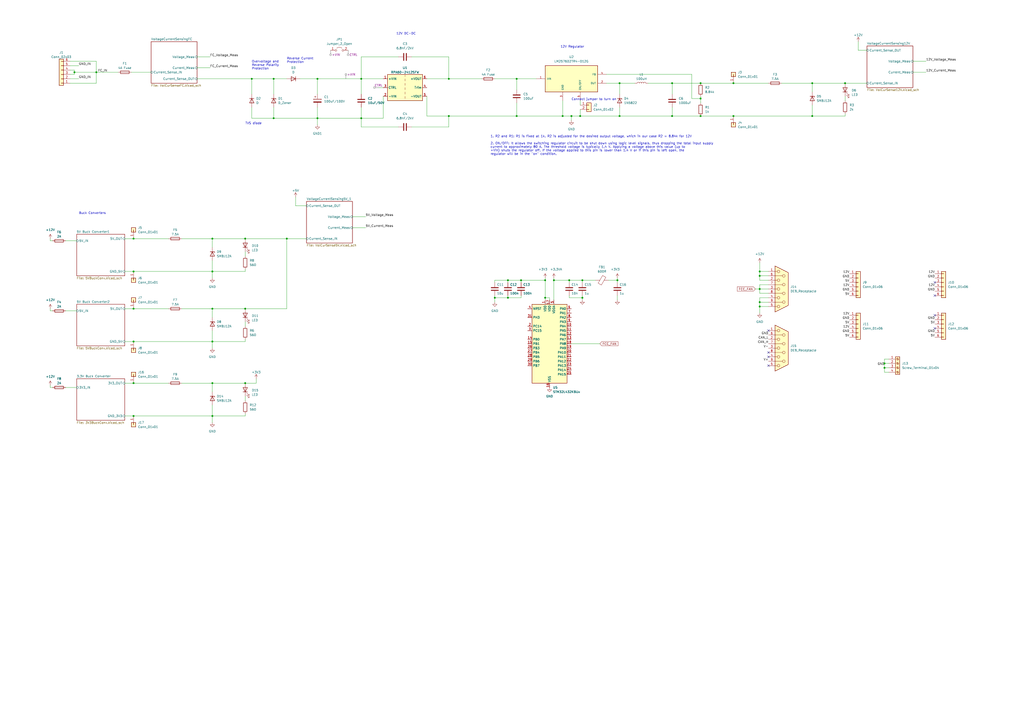
<source format=kicad_sch>
(kicad_sch (version 20230121) (generator eeschema)
  (paper "A2")
  (lib_symbols
    (symbol "Connector:DE9_Receptacle" (pin_names (offset 1.016) hide)
      (property "Reference" "J" (at 0 13.97 0))
      (property "Value" "DE9_Receptacle" (at 0 -14.605 0))
      (symbol "DE9_Receptacle_1_1"
        (pin passive line (at -7.62 10.16 0) (length 3.81) (name "1") (number "1"))
        (pin passive line (at -7.62 5.08 0) (length 3.81) (name "2") (number "2"))
        (pin passive line (at -7.62 0 0) (length 3.81) (name "3") (number "3"))
        (pin passive line (at -7.62 -5.08 0) (length 3.81) (name "4") (number "4"))
        (pin passive line (at -7.62 -10.16 0) (length 3.81) (name "5") (number "5"))
        (pin passive line (at -7.62 7.62 0) (length 3.81) (name "6") (number "6"))
        (pin passive line (at -7.62 2.54 0) (length 3.81) (name "7") (number "7"))
        (pin passive line (at -7.62 -2.54 0) (length 3.81) (name "8") (number "8"))
        (pin passive line (at -7.62 -7.62 0) (length 3.81) (name "9") (number "9"))
      )
    )
    (symbol "Connector:Screw_Terminal_01x04" (pin_names (offset 1.016) hide)
      (property "Reference" "J" (at 0 5.08 0))
      (property "Value" "Screw_Terminal_01x04" (at 0 -7.62 0))
      (symbol "Screw_Terminal_01x04_1_1"
        (pin passive line (at -5.08 2.54 0) (length 3.81) (name "Pin_1") (number "1"))
        (pin passive line (at -5.08 0 0) (length 3.81) (name "Pin_2") (number "2"))
        (pin passive line (at -5.08 -2.54 0) (length 3.81) (name "Pin_3") (number "3"))
        (pin passive line (at -5.08 -5.08 0) (length 3.81) (name "Pin_4") (number "4"))
      )
    )
    (symbol "Connector_Generic:Conn_01x01" (pin_names (offset 1.016) hide)
      (property "Reference" "J" (at 0 2.54 0))
      (property "Value" "Conn_01x01" (at 0 -2.54 0))
      (symbol "Conn_01x01_1_1"
        (pin passive line (at -5.08 0 0) (length 3.81) (name "Pin_1") (number "1"))
      )
    )
    (symbol "Connector_Generic:Conn_01x02" (pin_names (offset 1.016) hide)
      (property "Reference" "J" (at 0 2.54 0))
      (property "Value" "Conn_01x02" (at 0 -5.08 0))
      (symbol "Conn_01x02_1_1"
        (pin passive line (at -5.08 0 0) (length 3.81) (name "Pin_1") (number "1"))
        (pin passive line (at -5.08 -2.54 0) (length 3.81) (name "Pin_2") (number "2"))
      )
    )
    (symbol "Connector_Generic:Conn_01x06" (pin_names (offset 1.016) hide)
      (property "Reference" "J" (at 0 7.62 0))
      (property "Value" "Conn_01x06" (at 0 -10.16 0))
      (symbol "Conn_01x06_1_1"
        (pin passive line (at -5.08 5.08 0) (length 3.81) (name "Pin_1") (number "1"))
        (pin passive line (at -5.08 2.54 0) (length 3.81) (name "Pin_2") (number "2"))
        (pin passive line (at -5.08 0 0) (length 3.81) (name "Pin_3") (number "3"))
        (pin passive line (at -5.08 -2.54 0) (length 3.81) (name "Pin_4") (number "4"))
        (pin passive line (at -5.08 -5.08 0) (length 3.81) (name "Pin_5") (number "5"))
        (pin passive line (at -5.08 -7.62 0) (length 3.81) (name "Pin_6") (number "6"))
      )
    )
    (symbol "Converter_DCDC:RPA60-2412SFW"
      (property "Reference" "U" (at -8.89 8.89 0))
      (property "Value" "RPA60-2412SFW" (at 8.89 8.89 0))
      (symbol "RPA60-2412SFW_1_1"
        (pin power_in line (at -12.7 5.08 0) (length 2.54) (name "+VIN") (number "1"))
        (pin power_in line (at -12.7 -5.08 0) (length 2.54) (name "-VIN") (number "2"))
        (pin input line (at -12.7 0 0) (length 2.54) (name "CTRL") (number "3"))
        (pin input line (at 12.7 0 180) (length 2.54) (name "Trim") (number "4"))
        (pin power_out line (at 12.7 -5.08 180) (length 2.54) (name "-VOUT") (number "5"))
        (pin power_out line (at 12.7 5.08 180) (length 2.54) (name "+VOUT") (number "6"))
      )
    )
    (symbol "Device:C" (pin_numbers hide) (pin_names (offset 0.254))
      (property "Reference" "C" (at 0.635 2.54 0))
      (property "Value" "C" (at 0.635 -2.54 0))
      (symbol "C_1_1"
        (pin passive line (at 0 3.81 270) (length 2.794) (name "~") (number "1"))
        (pin passive line (at 0 -3.81 90) (length 2.794) (name "~") (number "2"))
      )
    )
    (symbol "Device:C_Polarized" (pin_numbers hide) (pin_names (offset 0.254))
      (property "Reference" "C" (at 0.635 2.54 0))
      (property "Value" "C_Polarized" (at 0.635 -2.54 0))
      (symbol "C_Polarized_1_1"
        (pin passive line (at 0 3.81 270) (length 2.794) (name "~") (number "1"))
        (pin passive line (at 0 -3.81 90) (length 2.794) (name "~") (number "2"))
      )
    )
    (symbol "Device:D" (pin_numbers hide) (pin_names (offset 1.016) hide)
      (property "Reference" "D" (at 0 2.54 0))
      (property "Value" "D" (at 0 -2.54 0))
      (symbol "D_1_1"
        (pin passive line (at -3.81 0 0) (length 2.54) (name "K") (number "1"))
        (pin passive line (at 3.81 0 180) (length 2.54) (name "A") (number "2"))
      )
    )
    (symbol "Device:D_Zener" (pin_numbers hide) (pin_names (offset 1.016) hide)
      (property "Reference" "D" (at 0 2.54 0))
      (property "Value" "D_Zener" (at 0 -2.54 0))
      (symbol "D_Zener_1_1"
        (pin passive line (at -3.81 0 0) (length 2.54) (name "K") (number "1"))
        (pin passive line (at 3.81 0 180) (length 2.54) (name "A") (number "2"))
      )
    )
    (symbol "Device:FerriteBead" (pin_numbers hide) (pin_names (offset 0))
      (property "Reference" "FB" (at -3.81 0.635 90))
      (property "Value" "FerriteBead" (at 3.81 0 90))
      (symbol "FerriteBead_1_1"
        (pin passive line (at 0 3.81 270) (length 2.54) (name "~") (number "1"))
        (pin passive line (at 0 -3.81 90) (length 2.54) (name "~") (number "2"))
      )
    )
    (symbol "Device:Fuse" (pin_numbers hide) (pin_names (offset 0))
      (property "Reference" "F" (at 2.032 0 90))
      (property "Value" "Fuse" (at -1.905 0 90))
      (symbol "Fuse_1_1"
        (pin passive line (at 0 3.81 270) (length 1.27) (name "~") (number "1"))
        (pin passive line (at 0 -3.81 90) (length 1.27) (name "~") (number "2"))
      )
    )
    (symbol "Device:L" (pin_numbers hide) (pin_names (offset 1.016) hide)
      (property "Reference" "L" (at -1.27 0 90))
      (property "Value" "L" (at 1.905 0 90))
      (symbol "L_1_1"
        (pin passive line (at 0 3.81 270) (length 1.27) (name "1") (number "1"))
        (pin passive line (at 0 -3.81 90) (length 1.27) (name "2") (number "2"))
      )
    )
    (symbol "Device:LED" (pin_numbers hide) (pin_names (offset 1.016) hide)
      (property "Reference" "D" (at 0 2.54 0))
      (property "Value" "LED" (at 0 -2.54 0))
      (symbol "LED_1_1"
        (pin passive line (at -3.81 0 0) (length 2.54) (name "K") (number "1"))
        (pin passive line (at 3.81 0 180) (length 2.54) (name "A") (number "2"))
      )
    )
    (symbol "Device:R" (pin_numbers hide) (pin_names (offset 0))
      (property "Reference" "R" (at 2.032 0 90))
      (property "Value" "R" (at 0 0 90))
      (symbol "R_1_1"
        (pin passive line (at 0 3.81 270) (length 1.27) (name "~") (number "1"))
        (pin passive line (at 0 -3.81 90) (length 1.27) (name "~") (number "2"))
      )
    )
    (symbol "FCPB_Parts:LM2576D2TR4-012G" (pin_names (offset 1.016))
      (property "Reference" "U" (at -17.8054 -20.3708 0))
      (property "Value" "LM2576D2TR4-012G" (at -17.78 -22.8854 0))
      (symbol "LM2576D2TR4-012G_0_0"
        (pin input line (at -20.32 0 0) (length 5.08) (name "VIN") (number "1"))
        (pin output line (at 20.32 -2.54 180) (length 5.08) (name "OUT") (number "2"))
        (pin passive line (at -5.08 -12.7 90) (length 5.08) (name "GND") (number "3"))
        (pin output line (at 20.32 2.54 180) (length 5.08) (name "FB") (number "4"))
        (pin input line (at 5.08 -12.7 90) (length 5.08) (name "ON/OFF") (number "5"))
      )
    )
    (symbol "Jumper:Jumper_2_Open" (pin_names (offset 0) hide)
      (property "Reference" "JP" (at 0 2.794 0))
      (property "Value" "Jumper_2_Open" (at 0 -2.286 0))
      (symbol "Jumper_2_Open_1_1"
        (pin passive line (at -5.08 0 0) (length 2.54) (name "A") (number "1"))
        (pin passive line (at 5.08 0 180) (length 2.54) (name "B") (number "2"))
      )
    )
    (symbol "MCU_ST_STM32L4:STM32L432KBUx"
      (property "Reference" "U" (at -10.16 24.13 0))
      (property "Value" "STM32L432KBUx" (at 5.08 24.13 0))
      (symbol "STM32L432KBUx_1_1"
        (pin power_in line (at -2.54 25.4 270) (length 2.54) (name "VDD") (number "1"))
        (pin bidirectional line (at 12.7 10.16 180) (length 2.54) (name "PA4") (number "10"))
        (pin bidirectional line (at 12.7 7.62 180) (length 2.54) (name "PA5") (number "11"))
        (pin bidirectional line (at 12.7 5.08 180) (length 2.54) (name "PA6") (number "12"))
        (pin bidirectional line (at 12.7 2.54 180) (length 2.54) (name "PA7") (number "13"))
        (pin bidirectional line (at -12.7 2.54 0) (length 2.54) (name "PB0") (number "14"))
        (pin bidirectional line (at -12.7 0 0) (length 2.54) (name "PB1") (number "15"))
        (pin power_in line (at 0 -25.4 90) (length 2.54) (name "VSS") (number "16"))
        (pin power_in line (at 0 25.4 270) (length 2.54) (name "VDD") (number "17"))
        (pin bidirectional line (at 12.7 0 180) (length 2.54) (name "PA8") (number "18"))
        (pin bidirectional line (at 12.7 -2.54 180) (length 2.54) (name "PA9") (number "19"))
        (pin bidirectional line (at -12.7 10.16 0) (length 2.54) (name "PC14") (number "2"))
        (pin bidirectional line (at 12.7 -5.08 180) (length 2.54) (name "PA10") (number "20"))
        (pin bidirectional line (at 12.7 -7.62 180) (length 2.54) (name "PA11") (number "21"))
        (pin bidirectional line (at 12.7 -10.16 180) (length 2.54) (name "PA12") (number "22"))
        (pin bidirectional line (at 12.7 -12.7 180) (length 2.54) (name "PA13") (number "23"))
        (pin bidirectional line (at 12.7 -15.24 180) (length 2.54) (name "PA14") (number "24"))
        (pin bidirectional line (at 12.7 -17.78 180) (length 2.54) (name "PA15") (number "25"))
        (pin bidirectional line (at -12.7 -2.54 0) (length 2.54) (name "PB3") (number "26"))
        (pin bidirectional line (at -12.7 -5.08 0) (length 2.54) (name "PB4") (number "27"))
        (pin bidirectional line (at -12.7 -7.62 0) (length 2.54) (name "PB5") (number "28"))
        (pin bidirectional line (at -12.7 -10.16 0) (length 2.54) (name "PB6") (number "29"))
        (pin bidirectional line (at -12.7 7.62 0) (length 2.54) (name "PC15") (number "3"))
        (pin bidirectional line (at -12.7 -12.7 0) (length 2.54) (name "PB7") (number "30"))
        (pin bidirectional line (at -12.7 15.24 0) (length 2.54) (name "PH3") (number "31"))
        (pin passive line (at 0 -25.4 90) (length 2.54) hide (name "VSS") (number "32"))
        (pin passive line (at 0 -25.4 90) (length 2.54) hide (name "VSS") (number "33"))
        (pin input line (at -12.7 20.32 0) (length 2.54) (name "NRST") (number "4"))
        (pin power_in line (at 2.54 25.4 270) (length 2.54) (name "VDDA") (number "5"))
        (pin bidirectional line (at 12.7 20.32 180) (length 2.54) (name "PA0") (number "6"))
        (pin bidirectional line (at 12.7 17.78 180) (length 2.54) (name "PA1") (number "7"))
        (pin bidirectional line (at 12.7 15.24 180) (length 2.54) (name "PA2") (number "8"))
        (pin bidirectional line (at 12.7 12.7 180) (length 2.54) (name "PA3") (number "9"))
      )
    )
    (symbol "power:+12V" (power) (pin_names (offset 0))
      (property "Value" "+12V" (at 0 3.556 0))
      (symbol "+12V_1_1"
        (pin power_in line (at 0 0 90) (length 0) hide (name "+12V") (number "1"))
      )
    )
    (symbol "power:+3.3VA" (power) (pin_names (offset 0))
      (property "Value" "+3.3VA" (at 0 3.556 0))
      (symbol "+3.3VA_1_1"
        (pin power_in line (at 0 0 90) (length 0) hide (name "+3.3VA") (number "1"))
      )
    )
    (symbol "power:+3V3" (power) (pin_names (offset 0))
      (property "Value" "+3V3" (at 0 3.556 0))
      (symbol "+3V3_1_1"
        (pin power_in line (at 0 0 90) (length 0) hide (name "+3V3") (number "1"))
      )
    )
    (symbol "power:+5V" (power) (pin_names (offset 0))
      (property "Value" "+5V" (at 0 3.556 0))
      (symbol "+5V_1_1"
        (pin power_in line (at 0 0 90) (length 0) hide (name "+5V") (number "1"))
      )
    )
    (symbol "power:GND" (power) (pin_names (offset 0))
      (property "Value" "GND" (at 0 -3.81 0))
      (symbol "GND_1_1"
        (pin power_in line (at 0 0 270) (length 0) hide (name "GND") (number "1"))
      )
    )
    (symbol "power:GND1" (power) (pin_names (offset 0))
      (property "Value" "GND1" (at 0 -3.81 0))
      (symbol "GND1_1_1"
        (pin power_in line (at 0 0 270) (length 0) hide (name "GND1") (number "1"))
      )
    )
  )
  (junction (at 43.18 41.91))
  (junction (at 316.23 162.56))
  (junction (at 330.2 162.56))
  (junction (at 331.47 67.31))
  (junction (at 389.89 48.26))
  (junction (at 513.08 210.82))
  (junction (at 123.19 198.12))
  (junction (at 77.47 222.25))
  (junction (at 260.35 45.72))
  (junction (at 146.05 45.72))
  (junction (at 425.45 48.26))
  (junction (at 337.82 172.72))
  (junction (at 471.17 48.26))
  (junction (at 440.69 177.8))
  (junction (at 184.15 68.58))
  (junction (at 490.22 48.26))
  (junction (at 55.88 41.91))
  (junction (at 302.26 162.56))
  (junction (at 406.4 67.31))
  (junction (at 358.14 162.56))
  (junction (at 316.23 172.72))
  (junction (at 440.69 160.02))
  (junction (at 359.41 67.31))
  (junction (at 77.47 157.48))
  (junction (at 77.47 241.3))
  (junction (at 406.4 57.15))
  (junction (at 299.72 45.72))
  (junction (at 389.89 67.31))
  (junction (at 77.47 179.07))
  (junction (at 123.19 157.48))
  (junction (at 294.64 172.72))
  (junction (at 123.19 241.3))
  (junction (at 299.72 67.31))
  (junction (at 184.15 45.72))
  (junction (at 337.82 162.56))
  (junction (at 406.4 48.26))
  (junction (at 166.37 138.43))
  (junction (at 287.02 172.72))
  (junction (at 294.64 162.56))
  (junction (at 321.31 162.56))
  (junction (at 209.55 45.72))
  (junction (at 471.17 67.31))
  (junction (at 142.24 179.07))
  (junction (at 123.19 179.07))
  (junction (at 359.41 48.26))
  (junction (at 142.24 138.43))
  (junction (at 158.75 45.72))
  (junction (at 425.45 67.31))
  (junction (at 336.55 67.31))
  (junction (at 142.24 222.25))
  (junction (at 440.69 167.64))
  (junction (at 123.19 222.25))
  (junction (at 77.47 138.43))
  (junction (at 77.47 198.12))
  (junction (at 513.08 213.36))
  (junction (at 123.19 138.43))
  (junction (at 158.75 68.58))
  (junction (at 326.39 67.31))
  (junction (at 260.35 67.31))
  (junction (at 209.55 68.58))
  (junction (at 440.69 157.48))
  (junction (at 440.69 175.26))
  (no_connect (at 445.77 212.09))
  (no_connect (at 542.29 163.83))
  (no_connect (at 542.29 171.45))
  (no_connect (at 542.29 190.5))
  (no_connect (at 542.29 182.88))
  (no_connect (at 445.77 207.01))
  (no_connect (at 445.77 191.77))
  (no_connect (at 445.77 204.47))
  (wire (pts (xy 76.2 41.91) (xy 87.63 41.91)))
  (wire (pts (xy 142.24 146.05) (xy 142.24 148.59)))
  (wire (pts (xy 43.18 40.64) (xy 43.18 41.91)))
  (wire (pts (xy 209.55 68.58) (xy 184.15 68.58)))
  (wire (pts (xy 40.64 48.26) (xy 55.88 48.26)))
  (wire (pts (xy 302.26 162.56) (xy 316.23 162.56)))
  (wire (pts (xy 438.15 167.64) (xy 440.69 167.64)))
  (wire (pts (xy 515.62 208.28) (xy 513.08 208.28)))
  (wire (pts (xy 77.47 157.48) (xy 123.19 157.48)))
  (wire (pts (xy 77.47 222.25) (xy 97.79 222.25)))
  (wire (pts (xy 142.24 229.87) (xy 142.24 232.41)))
  (wire (pts (xy 123.19 157.48) (xy 142.24 157.48)))
  (wire (pts (xy 123.19 179.07) (xy 123.19 184.15)))
  (wire (pts (xy 30.48 180.34) (xy 29.21 180.34)))
  (wire (pts (xy 177.8 119.38) (xy 171.45 119.38)))
  (wire (pts (xy 114.3 45.72) (xy 146.05 45.72)))
  (wire (pts (xy 321.31 161.29) (xy 321.31 162.56)))
  (wire (pts (xy 171.45 114.3) (xy 171.45 119.38)))
  (wire (pts (xy 38.1 180.34) (xy 44.45 180.34)))
  (wire (pts (xy 358.14 171.45) (xy 358.14 173.99)))
  (wire (pts (xy 123.19 198.12) (xy 123.19 201.93)))
  (wire (pts (xy 321.31 162.56) (xy 330.2 162.56)))
  (wire (pts (xy 219.71 50.8) (xy 222.25 50.8)))
  (wire (pts (xy 389.89 62.23) (xy 389.89 67.31)))
  (wire (pts (xy 38.1 224.79) (xy 44.45 224.79)))
  (wire (pts (xy 440.69 172.72) (xy 440.69 175.26)))
  (wire (pts (xy 321.31 162.56) (xy 321.31 173.99)))
  (wire (pts (xy 146.05 68.58) (xy 158.75 68.58)))
  (wire (pts (xy 123.19 151.13) (xy 123.19 157.48)))
  (wire (pts (xy 184.15 54.61) (xy 184.15 45.72)))
  (wire (pts (xy 72.39 222.25) (xy 77.47 222.25)))
  (wire (pts (xy 72.39 157.48) (xy 77.47 157.48)))
  (wire (pts (xy 158.75 45.72) (xy 158.75 54.61)))
  (wire (pts (xy 316.23 172.72) (xy 316.23 173.99)))
  (wire (pts (xy 209.55 68.58) (xy 209.55 73.66)))
  (wire (pts (xy 336.55 67.31) (xy 359.41 67.31)))
  (wire (pts (xy 166.37 138.43) (xy 177.8 138.43)))
  (wire (pts (xy 43.18 41.91) (xy 55.88 41.91)))
  (wire (pts (xy 389.89 67.31) (xy 359.41 67.31)))
  (wire (pts (xy 40.64 40.64) (xy 43.18 40.64)))
  (wire (pts (xy 287.02 172.72) (xy 294.64 172.72)))
  (wire (pts (xy 318.77 172.72) (xy 316.23 172.72)))
  (wire (pts (xy 123.19 198.12) (xy 142.24 198.12)))
  (wire (pts (xy 336.55 58.42) (xy 336.55 60.96)))
  (wire (pts (xy 30.48 139.7) (xy 29.21 139.7)))
  (wire (pts (xy 330.2 162.56) (xy 330.2 163.83)))
  (wire (pts (xy 359.41 62.23) (xy 359.41 67.31)))
  (wire (pts (xy 513.08 208.28) (xy 513.08 210.82)))
  (wire (pts (xy 158.75 68.58) (xy 158.75 62.23)))
  (wire (pts (xy 445.77 177.8) (xy 440.69 177.8)))
  (wire (pts (xy 425.45 67.31) (xy 471.17 67.31)))
  (wire (pts (xy 123.19 138.43) (xy 142.24 138.43)))
  (wire (pts (xy 440.69 167.64) (xy 440.69 165.1)))
  (wire (pts (xy 440.69 167.64) (xy 445.77 167.64)))
  (wire (pts (xy 351.79 48.26) (xy 359.41 48.26)))
  (wire (pts (xy 29.21 179.07) (xy 29.21 180.34)))
  (wire (pts (xy 375.92 48.26) (xy 389.89 48.26)))
  (wire (pts (xy 529.59 41.91) (xy 537.21 41.91)))
  (wire (pts (xy 440.69 177.8) (xy 440.69 181.61)))
  (wire (pts (xy 302.26 171.45) (xy 302.26 172.72)))
  (wire (pts (xy 318.77 173.99) (xy 318.77 172.72)))
  (wire (pts (xy 222.25 68.58) (xy 209.55 68.58)))
  (wire (pts (xy 123.19 222.25) (xy 123.19 227.33)))
  (wire (pts (xy 406.4 48.26) (xy 425.45 48.26)))
  (wire (pts (xy 238.76 33.02) (xy 260.35 33.02)))
  (wire (pts (xy 123.19 234.95) (xy 123.19 241.3)))
  (wire (pts (xy 142.24 222.25) (xy 148.59 222.25)))
  (wire (pts (xy 77.47 198.12) (xy 123.19 198.12)))
  (wire (pts (xy 445.77 175.26) (xy 440.69 175.26)))
  (wire (pts (xy 337.82 162.56) (xy 345.44 162.56)))
  (wire (pts (xy 299.72 59.69) (xy 299.72 67.31)))
  (wire (pts (xy 40.64 45.72) (xy 45.72 45.72)))
  (wire (pts (xy 29.21 138.43) (xy 29.21 139.7)))
  (wire (pts (xy 123.19 222.25) (xy 105.41 222.25)))
  (wire (pts (xy 299.72 45.72) (xy 299.72 52.07)))
  (wire (pts (xy 401.32 43.18) (xy 401.32 57.15)))
  (wire (pts (xy 123.19 191.77) (xy 123.19 198.12)))
  (wire (pts (xy 330.2 172.72) (xy 337.82 172.72)))
  (wire (pts (xy 38.1 139.7) (xy 44.45 139.7)))
  (wire (pts (xy 294.64 162.56) (xy 294.64 163.83)))
  (wire (pts (xy 331.47 67.31) (xy 326.39 67.31)))
  (wire (pts (xy 389.89 67.31) (xy 406.4 67.31)))
  (wire (pts (xy 123.19 222.25) (xy 142.24 222.25)))
  (wire (pts (xy 302.26 162.56) (xy 302.26 163.83)))
  (wire (pts (xy 471.17 60.96) (xy 471.17 67.31)))
  (wire (pts (xy 43.18 43.18) (xy 40.64 43.18)))
  (wire (pts (xy 337.82 173.99) (xy 337.82 172.72)))
  (wire (pts (xy 287.02 172.72) (xy 287.02 175.26)))
  (wire (pts (xy 326.39 58.42) (xy 326.39 67.31)))
  (wire (pts (xy 287.02 162.56) (xy 294.64 162.56)))
  (wire (pts (xy 358.14 162.56) (xy 358.14 163.83)))
  (wire (pts (xy 123.19 241.3) (xy 142.24 241.3)))
  (wire (pts (xy 337.82 163.83) (xy 337.82 162.56)))
  (wire (pts (xy 316.23 161.29) (xy 316.23 162.56)))
  (wire (pts (xy 287.02 45.72) (xy 299.72 45.72)))
  (wire (pts (xy 440.69 160.02) (xy 445.77 160.02)))
  (wire (pts (xy 406.4 67.31) (xy 425.45 67.31)))
  (wire (pts (xy 209.55 62.23) (xy 209.55 68.58)))
  (wire (pts (xy 260.35 67.31) (xy 299.72 67.31)))
  (wire (pts (xy 123.19 138.43) (xy 105.41 138.43)))
  (wire (pts (xy 330.2 162.56) (xy 337.82 162.56)))
  (wire (pts (xy 406.4 55.88) (xy 406.4 57.15)))
  (wire (pts (xy 247.65 45.72) (xy 260.35 45.72)))
  (wire (pts (xy 425.45 48.26) (xy 445.77 48.26)))
  (wire (pts (xy 72.39 198.12) (xy 77.47 198.12)))
  (wire (pts (xy 158.75 45.72) (xy 166.37 45.72)))
  (wire (pts (xy 209.55 45.72) (xy 209.55 54.61)))
  (wire (pts (xy 209.55 33.02) (xy 231.14 33.02)))
  (wire (pts (xy 142.24 156.21) (xy 142.24 157.48)))
  (wire (pts (xy 336.55 63.5) (xy 336.55 67.31)))
  (wire (pts (xy 497.84 24.13) (xy 497.84 29.21)))
  (wire (pts (xy 247.65 55.88) (xy 247.65 67.31)))
  (wire (pts (xy 77.47 179.07) (xy 97.79 179.07)))
  (wire (pts (xy 55.88 41.91) (xy 68.58 41.91)))
  (wire (pts (xy 55.88 41.91) (xy 55.88 48.26)))
  (wire (pts (xy 440.69 175.26) (xy 440.69 177.8)))
  (wire (pts (xy 331.47 67.31) (xy 331.47 69.85)))
  (wire (pts (xy 471.17 48.26) (xy 490.22 48.26)))
  (wire (pts (xy 406.4 57.15) (xy 406.4 59.69)))
  (wire (pts (xy 142.24 240.03) (xy 142.24 241.3)))
  (wire (pts (xy 184.15 68.58) (xy 158.75 68.58)))
  (wire (pts (xy 166.37 179.07) (xy 166.37 138.43)))
  (wire (pts (xy 114.3 33.02) (xy 121.92 33.02)))
  (wire (pts (xy 77.47 241.3) (xy 123.19 241.3)))
  (wire (pts (xy 440.69 165.1) (xy 445.77 165.1)))
  (wire (pts (xy 40.64 35.56) (xy 55.88 35.56)))
  (wire (pts (xy 204.47 125.73) (xy 212.09 125.73)))
  (wire (pts (xy 389.89 48.26) (xy 406.4 48.26)))
  (wire (pts (xy 123.19 157.48) (xy 123.19 161.29)))
  (wire (pts (xy 123.19 241.3) (xy 123.19 245.11)))
  (wire (pts (xy 502.92 29.21) (xy 497.84 29.21)))
  (wire (pts (xy 77.47 138.43) (xy 97.79 138.43)))
  (wire (pts (xy 294.64 172.72) (xy 302.26 172.72)))
  (wire (pts (xy 316.23 162.56) (xy 316.23 172.72)))
  (wire (pts (xy 490.22 55.88) (xy 490.22 58.42)))
  (wire (pts (xy 142.24 138.43) (xy 166.37 138.43)))
  (wire (pts (xy 72.39 241.3) (xy 77.47 241.3)))
  (wire (pts (xy 260.35 45.72) (xy 279.4 45.72)))
  (wire (pts (xy 294.64 171.45) (xy 294.64 172.72)))
  (wire (pts (xy 359.41 48.26) (xy 368.3 48.26)))
  (wire (pts (xy 123.19 179.07) (xy 105.41 179.07)))
  (wire (pts (xy 389.89 48.26) (xy 389.89 54.61)))
  (wire (pts (xy 513.08 210.82) (xy 515.62 210.82)))
  (wire (pts (xy 40.64 38.1) (xy 45.72 38.1)))
  (wire (pts (xy 471.17 48.26) (xy 453.39 48.26)))
  (wire (pts (xy 146.05 45.72) (xy 146.05 54.61)))
  (wire (pts (xy 331.47 199.39) (xy 347.98 199.39)))
  (wire (pts (xy 353.06 162.56) (xy 358.14 162.56)))
  (wire (pts (xy 114.3 39.37) (xy 121.92 39.37)))
  (wire (pts (xy 358.14 161.29) (xy 358.14 162.56)))
  (wire (pts (xy 529.59 35.56) (xy 537.21 35.56)))
  (wire (pts (xy 184.15 62.23) (xy 184.15 68.58)))
  (wire (pts (xy 146.05 45.72) (xy 158.75 45.72)))
  (wire (pts (xy 299.72 45.72) (xy 311.15 45.72)))
  (wire (pts (xy 513.08 215.9) (xy 515.62 215.9)))
  (wire (pts (xy 513.08 210.82) (xy 513.08 213.36)))
  (wire (pts (xy 471.17 67.31) (xy 490.22 67.31)))
  (wire (pts (xy 302.26 162.56) (xy 294.64 162.56)))
  (wire (pts (xy 445.77 162.56) (xy 440.69 162.56)))
  (wire (pts (xy 43.18 41.91) (xy 43.18 43.18)))
  (wire (pts (xy 148.59 219.71) (xy 148.59 222.25)))
  (wire (pts (xy 440.69 170.18) (xy 440.69 167.64)))
  (wire (pts (xy 445.77 170.18) (xy 440.69 170.18)))
  (wire (pts (xy 142.24 186.69) (xy 142.24 189.23)))
  (wire (pts (xy 330.2 171.45) (xy 330.2 172.72)))
  (wire (pts (xy 184.15 68.58) (xy 184.15 72.39)))
  (wire (pts (xy 173.99 45.72) (xy 184.15 45.72)))
  (wire (pts (xy 490.22 48.26) (xy 502.92 48.26)))
  (wire (pts (xy 209.55 73.66) (xy 231.14 73.66)))
  (wire (pts (xy 72.39 138.43) (xy 77.47 138.43)))
  (wire (pts (xy 440.69 157.48) (xy 440.69 160.02)))
  (wire (pts (xy 209.55 45.72) (xy 209.55 33.02)))
  (wire (pts (xy 326.39 67.31) (xy 299.72 67.31)))
  (wire (pts (xy 123.19 138.43) (xy 123.19 143.51)))
  (wire (pts (xy 471.17 48.26) (xy 471.17 53.34)))
  (wire (pts (xy 351.79 43.18) (xy 401.32 43.18)))
  (wire (pts (xy 513.08 213.36) (xy 515.62 213.36)))
  (wire (pts (xy 238.76 73.66) (xy 260.35 73.66)))
  (wire (pts (xy 142.24 196.85) (xy 142.24 198.12)))
  (wire (pts (xy 401.32 57.15) (xy 406.4 57.15)))
  (wire (pts (xy 331.47 67.31) (xy 336.55 67.31)))
  (wire (pts (xy 142.24 179.07) (xy 166.37 179.07)))
  (wire (pts (xy 55.88 35.56) (xy 55.88 41.91)))
  (wire (pts (xy 260.35 33.02) (xy 260.35 45.72)))
  (wire (pts (xy 440.69 152.4) (xy 440.69 157.48)))
  (wire (pts (xy 337.82 171.45) (xy 337.82 172.72)))
  (wire (pts (xy 184.15 45.72) (xy 209.55 45.72)))
  (wire (pts (xy 513.08 213.36) (xy 513.08 215.9)))
  (wire (pts (xy 359.41 48.26) (xy 359.41 54.61)))
  (wire (pts (xy 445.77 172.72) (xy 440.69 172.72)))
  (wire (pts (xy 222.25 55.88) (xy 222.25 68.58)))
  (wire (pts (xy 247.65 67.31) (xy 260.35 67.31)))
  (wire (pts (xy 440.69 160.02) (xy 440.69 162.56)))
  (wire (pts (xy 30.48 224.79) (xy 29.21 224.79)))
  (wire (pts (xy 72.39 179.07) (xy 77.47 179.07)))
  (wire (pts (xy 440.69 157.48) (xy 445.77 157.48)))
  (wire (pts (xy 490.22 66.04) (xy 490.22 67.31)))
  (wire (pts (xy 287.02 171.45) (xy 287.02 172.72)))
  (wire (pts (xy 287.02 162.56) (xy 287.02 163.83)))
  (wire (pts (xy 29.21 223.52) (xy 29.21 224.79)))
  (wire (pts (xy 146.05 62.23) (xy 146.05 68.58)))
  (wire (pts (xy 209.55 45.72) (xy 222.25 45.72)))
  (wire (pts (xy 204.47 132.08) (xy 212.09 132.08)))
  (wire (pts (xy 260.35 67.31) (xy 260.35 73.66)))
  (wire (pts (xy 123.19 179.07) (xy 142.24 179.07)))
  (text "Buck Converters\n" (at 45.72 124.46 0) (effects (font (size 1.27 1.27)) (justify left bottom)))
  (text "Connect jumper to turn on" (at 331.47 58.42 0) (effects (font (size 1.27 1.27)) (justify left bottom)))
  (text "Reverse Current\nProtection" (at 166.37 36.83 0) (effects (font (size 1.27 1.27)) (justify left bottom)))
  (text "TVS diode\n" (at 142.24 72.39 0) (effects (font (size 1.27 1.27)) (justify left bottom)))
  (text "Overvoltage and \nReverse Polarity \nProtection\n" (at 146.05 40.64 0) (effects (font (size 1.27 1.27)) (justify left bottom)))
  (text "12V Regulator\n" (at 325.12 27.94 0) (effects (font (size 1.27 1.27)) (justify left bottom)))
  (text "1. R2 and R1: R1 is fixed at 1k. R2 is adjusted for the desired output voltage, which in our case R2 = 8.84k for 12V\n\n2. ON/OFF: It allows the switching regulator circuit to be shut down using logic level signals, thus dropping the total input supply\ncurrent to approximately 80 A. The threshold voltage is typically 1.4 V. Applying a voltage above this value (up to\n+Vin) shuts the regulator off. If the voltage applied to this pin is lower than 1.4 V or if this pin is left open, the\nregulator will be in the \"on\" condition." (at 284.48 90.17 0) (effects (font (size 1.27 1.27)) (justify left bottom)))
  (text "12V DC-DC" (at 229.87 20.32 0) (effects (font (size 1.27 1.27)) (justify left bottom)))
  (label "V-" (at 445.77 201.93 180))
  (label "GND_IN" (at 45.72 45.72 0))
  (label "5V" (at 492.76 195.58 180))
  (label "GND" (at 542.29 193.04 180))
  (label "GND" (at 513.08 212.09 180))
  (label "5V" (at 542.29 187.96 180))
  (label "V+" (at 445.77 209.55 180))
  (label "12V" (at 542.29 166.37 180))
  (label "FC_Voltage_Meas" (at 121.92 33.02 0))
  (label "GND" (at 542.29 185.42 180))
  (label "12V" (at 492.76 158.75 180))
  (label "GND" (at 492.76 161.29 180))
  (label "5V_Current_Meas" (at 212.09 132.08 0))
  (label "GND" (at 492.76 193.04 180))
  (label "FC_IN" (at 62.23 41.91 180) (effects (font (size 1.2446 1.2446))))
  (label "GND" (at 492.76 185.42 180))
  (label "GND" (at 542.29 161.29 180))
  (label "GND_IN" (at 45.72 38.1 0))
  (label "12V_Current_Meas" (at 537.21 41.91 0))
  (label "12V_Voltage_Meas" (at 537.21 35.56 0))
  (label "5V_Voltage_Meas" (at 212.09 125.73 0))
  (label "12V" (at 542.29 158.75 180))
  (label "CAN_L" (at 445.77 196.85 180))
  (label "5V" (at 542.29 195.58 180))
  (label "GND" (at 542.29 168.91 180))
  (label "GND" (at 492.76 168.91 180))
  (label "12V" (at 492.76 166.37 180))
  (label "FC_Current_Meas" (at 121.92 39.37 0))
  (label "5V" (at 492.76 171.45 180))
  (label "CAN_H" (at 445.77 199.39 180))
  (label "5V" (at 492.76 187.96 180))
  (label "12V" (at 492.76 182.88 180))
  (label "5V" (at 492.76 163.83 180))
  (label "12V" (at 492.76 190.5 180))
  (label "GND" (at 445.77 194.31 180))
  (global_label "FCC_FAN" (shape input) (at 438.15 167.64 180) (property "Intersheetrefs" "${INTERSHEET_REFS}" (effects hide)))
  (global_label "FCC_FAN" (shape input) (at 347.98 199.39 0) (property "Intersheetrefs" "${INTERSHEET_REFS}" (effects hide)))
  (netclass_flag "" (length 2.54) (shape round) (at 200.66 45.72 0) (property "Netclass" "+VIN" (at 201.3585 43.18 0) (effects (font italic) (justify left))))
  (netclass_flag "" (length 2.54) (shape round) (at 219.71 50.8 90) (property "Netclass" "CTRL" (at 217.17 49.53 0) (effects (font italic) (justify left))))
  (netclass_flag "" (length 2.54) (shape round) (at 201.93 29.21 180) (property "Netclass" "CTRL" (at 202.6285 31.75 0) (effects (font italic) (justify left))))
  (netclass_flag "" (length 2.54) (shape round) (at 191.77 29.21 180) (property "Netclass" "+VIN" (at 192.4685 31.75 0) (effects (font italic) (justify left))))
  (symbol (lib_id "Device:LED") (at 142.24 142.24 90) (unit 1)
    (property "Reference" "D10" (at 146.05 142.5575 90) (effects (justify right)))
    (property "Value" "LED" (at 146.05 145.0975 90) (effects (justify right)))
  )
  (symbol (lib_id "Device:R") (at 142.24 152.4 0) (unit 1)
    (property "Reference" "R8" (at 144.78 151.13 0) (effects (justify left)))
    (property "Value" "560" (at 144.78 153.67 0) (effects (justify left)))
  )
  (symbol (lib_id "Connector_Generic:Conn_01x01") (at 77.47 246.38 270) (unit 1)
    (property "Reference" "J17" (at 80.01 245.11 90) (effects (justify left)))
    (property "Value" "Conn_01x01" (at 80.01 247.65 90) (effects (justify left)))
  )
  (symbol (lib_id "Device:D_Zener") (at 123.19 147.32 270) (unit 1)
    (property "Reference" "D9" (at 125.73 146.05 90) (effects (justify left)))
    (property "Value" "SMBJ12A" (at 125.73 148.59 90) (effects (justify left)))
  )
  (symbol (lib_id "power:+3V3") (at 316.23 161.29 0) (unit 1)
    (property "Reference" "#PWR015" (effects hide))
    (property "Value" "+3V3" (at 314.96 156.21 0))
  )
  (symbol (lib_id "power:GND1") (at 184.15 72.39 0) (unit 1)
    (property "Reference" "#PWR01" (effects hide))
    (property "Value" "GND1" (at 184.15 77.47 0))
  )
  (symbol (lib_id "Device:C") (at 337.82 167.64 0) (unit 1)
    (property "Reference" "C15" (at 339.09 165.1 0) (effects (justify left)))
    (property "Value" "1u" (at 339.09 170.18 0) (effects (justify left)))
    (property "Footprint" "Capacitor_SMD:C_0402_1005Metric" (effects hide))
    (property "LCSC #" "C52923" (effects hide))
    (property "JLCPCB Part#(optional)" "C52923" (effects hide))
    (property "DK #" "490-13339-1-ND" (effects hide))
    (property "PCBA" "-" (effects hide))
  )
  (symbol (lib_id "power:+12V") (at 440.69 152.4 0) (unit 1)
    (property "Reference" "#PWR010" (effects hide))
    (property "Value" "+12V" (at 440.69 147.32 0))
  )
  (symbol (lib_id "Device:LED") (at 142.24 182.88 90) (unit 1)
    (property "Reference" "D11" (at 146.05 183.1975 90) (effects (justify right)))
    (property "Value" "LED" (at 146.05 185.7375 90) (effects (justify right)))
  )
  (symbol (lib_id "Device:C") (at 302.26 167.64 0) (unit 1)
    (property "Reference" "C13" (at 303.53 165.1 0) (effects (justify left)))
    (property "Value" "100n" (at 303.53 170.18 0) (effects (justify left)))
    (property "Footprint" "Capacitor_SMD:C_0402_1005Metric" (effects hide))
    (property "Description" "100nF -20%,+80% 16V Y5V 0402 Multilayer Ceramic Capacitors MLCC - SMD/SMT RoHS" (effects hide))
    (property "LCSC #" "C1525" (effects hide))
    (property "JLCPCB Part#(optional)" "C1525" (effects hide))
    (property "DK #" "490-14603-1-ND" (effects hide))
    (property "PCBA" "-" (effects hide))
  )
  (symbol (lib_id "Device:C") (at 287.02 167.64 0) (unit 1)
    (property "Reference" "C11" (at 288.29 165.1 0) (effects (justify left)))
    (property "Value" "10u" (at 288.29 170.18 0) (effects (justify left)))
    (property "Footprint" "Capacitor_SMD:C_0805_2012Metric" (effects hide))
    (property "Description" "CAP CER 10UF 16V X7R 0805" (effects hide))
    (property "MPN" "CL21B106KOQNNNE" (effects hide))
    (property "LCSC #" "C440198" (effects hide))
    (property "JLCPCB Part#(optional)" "C440198" (effects hide))
    (property "DK #" "490-14381-1-ND" (effects hide))
    (property "PCBA" "-" (effects hide))
  )
  (symbol (lib_id "Device:D_Zener") (at 158.75 58.42 270) (unit 1)
    (property "Reference" "D1" (at 161.29 57.15 90) (effects (justify left)))
    (property "Value" "D_Zener" (at 161.29 59.69 90) (effects (justify left)))
  )
  (symbol (lib_id "Device:C") (at 358.14 167.64 0) (unit 1)
    (property "Reference" "C16" (at 359.41 165.1 0) (effects (justify left)))
    (property "Value" "1u" (at 359.41 170.18 0) (effects (justify left)))
    (property "Footprint" "Capacitor_SMD:C_0402_1005Metric" (effects hide))
    (property "LCSC #" "C52923" (effects hide))
    (property "JLCPCB Part#(optional)" "C52923" (effects hide))
    (property "DK #" "490-13339-1-ND" (effects hide))
    (property "PCBA" "-" (effects hide))
  )
  (symbol (lib_id "power:GND") (at 287.02 175.26 0) (unit 1)
    (property "Reference" "#PWR020" (effects hide))
    (property "Value" "GND" (at 287.02 180.34 0))
  )
  (symbol (lib_id "Device:D_Zener") (at 123.19 231.14 270) (unit 1)
    (property "Reference" "D14" (at 125.73 229.87 90) (effects (justify left)))
    (property "Value" "SMBJ12A" (at 125.73 232.41 90) (effects (justify left)))
  )
  (symbol (lib_id "Device:C") (at 294.64 167.64 0) (unit 1)
    (property "Reference" "C12" (at 295.91 165.1 0) (effects (justify left)))
    (property "Value" "100n" (at 295.91 170.18 0) (effects (justify left)))
    (property "Footprint" "Capacitor_SMD:C_0402_1005Metric" (effects hide))
    (property "Description" "100nF -20%,+80% 16V Y5V 0402 Multilayer Ceramic Capacitors MLCC - SMD/SMT RoHS" (effects hide))
    (property "LCSC #" "C1525" (effects hide))
    (property "JLCPCB Part#(optional)" "C1525" (effects hide))
    (property "DK #" "490-14603-1-ND" (effects hide))
    (property "PCBA" "-" (effects hide))
  )
  (symbol (lib_id "Connector:Screw_Terminal_01x04") (at 520.7 210.82 0) (unit 1)
    (property "Reference" "J13" (at 523.24 210.82 0) (effects (justify left)))
    (property "Value" "Screw_Terminal_01x04" (at 523.24 213.36 0) (effects (justify left)))
  )
  (symbol (lib_id "Jumper:Jumper_2_Open") (at 196.85 29.21 0) (unit 1)
    (property "Reference" "JP1" (at 196.85 22.86 0))
    (property "Value" "Jumper_2_Open" (at 196.85 25.4 0))
  )
  (symbol (lib_id "MCU_ST_STM32L4:STM32L432KBUx") (at 318.77 199.39 0) (unit 1)
    (property "Reference" "U5" (at 320.7259 224.79 0) (effects (justify left)))
    (property "Value" "STM32L432KBUx" (at 320.7259 227.33 0) (effects (justify left)))
    (property "Footprint" "Package_DFN_QFN:QFN-32-1EP_5x5mm_P0.5mm_EP3.45x3.45mm" (effects hide))
    (property "Datasheet" "https://www.st.com/resource/en/datasheet/stm32l432kb.pdf" (effects hide))
  )
  (symbol (lib_id "Connector_Generic:Conn_01x06") (at 547.37 163.83 0) (unit 1)
    (property "Reference" "J10" (at 549.91 163.83 0) (effects (justify left)))
    (property "Value" "Conn_01x06" (at 549.91 166.37 0) (effects (justify left)))
  )
  (symbol (lib_id "Device:D_Zener") (at 123.19 187.96 270) (unit 1)
    (property "Reference" "D8" (at 125.73 186.69 90) (effects (justify left)))
    (property "Value" "SMBJ12A" (at 125.73 189.23 90) (effects (justify left)))
  )
  (symbol (lib_id "Connector_Generic:Conn_01x01") (at 77.47 133.35 90) (unit 1)
    (property "Reference" "J5" (at 80.01 132.08 90) (effects (justify right)))
    (property "Value" "Conn_01x01" (at 80.01 134.62 90) (effects (justify right)))
  )
  (symbol (lib_id "Device:C_Polarized") (at 184.15 58.42 0) (unit 1)
    (property "Reference" "C1" (at 187.96 56.261 0) (effects (justify left)))
    (property "Value" "100uF/100V" (at 187.96 58.801 0) (effects (justify left)))
  )
  (symbol (lib_id "Device:L") (at 372.11 48.26 90) (unit 1)
    (property "Reference" "L1" (at 372.11 43.18 90))
    (property "Value" "100uH" (at 372.11 45.72 90))
  )
  (symbol (lib_id "power:+12V") (at 29.21 138.43 0) (unit 1)
    (property "Reference" "#PWR08" (effects hide))
    (property "Value" "+12V" (at 29.21 133.35 0))
  )
  (symbol (lib_id "Device:R") (at 406.4 63.5 0) (unit 1)
    (property "Reference" "R1" (at 408.94 62.23 0) (effects (justify left)))
    (property "Value" "1k" (at 408.94 64.77 0) (effects (justify left)))
  )
  (symbol (lib_id "power:GND") (at 358.14 173.99 0) (unit 1)
    (property "Reference" "#PWR019" (effects hide))
    (property "Value" "GND" (effects hide))
  )
  (symbol (lib_id "Device:Fuse") (at 34.29 180.34 270) (unit 1)
    (property "Reference" "F4" (at 34.29 175.26 90))
    (property "Value" "2A" (at 34.29 177.8 90))
  )
  (symbol (lib_id "Device:R") (at 142.24 236.22 0) (unit 1)
    (property "Reference" "R12" (at 144.78 234.95 0) (effects (justify left)))
    (property "Value" "560" (at 144.78 237.49 0) (effects (justify left)))
  )
  (symbol (lib_id "Device:Fuse") (at 449.58 48.26 90) (unit 1)
    (property "Reference" "F3" (at 449.58 43.18 90))
    (property "Value" "7.5A" (at 449.58 45.72 90))
  )
  (symbol (lib_id "Device:LED") (at 142.24 226.06 90) (unit 1)
    (property "Reference" "D15" (at 146.05 226.3775 90) (effects (justify right)))
    (property "Value" "LED" (at 146.05 228.9175 90) (effects (justify right)))
  )
  (symbol (lib_id "Device:Fuse") (at 283.21 45.72 270) (unit 1)
    (property "Reference" "F2" (at 283.21 40.64 90))
    (property "Value" "4A Fuse" (at 283.21 43.18 90))
  )
  (symbol (lib_id "Device:Fuse") (at 34.29 139.7 270) (unit 1)
    (property "Reference" "F6" (at 34.29 134.62 90))
    (property "Value" "2A" (at 34.29 137.16 90))
  )
  (symbol (lib_id "power:+3V3") (at 148.59 219.71 0) (unit 1)
    (property "Reference" "#PWR024" (effects hide))
    (property "Value" "+3V3" (at 148.59 215.9 0))
  )
  (symbol (lib_id "Connector_Generic:Conn_01x01") (at 77.47 217.17 90) (unit 1)
    (property "Reference" "J16" (at 80.01 215.9 90) (effects (justify right)))
    (property "Value" "Conn_01x01" (at 80.01 218.44 90) (effects (justify right)))
  )
  (symbol (lib_id "Connector_Generic:Conn_01x01") (at 77.47 203.2 270) (unit 1)
    (property "Reference" "J8" (at 80.01 201.93 90) (effects (justify left)))
    (property "Value" "Conn_01x01" (at 80.01 204.47 90) (effects (justify left)))
  )
  (symbol (lib_id "Connector_Generic:Conn_01x06") (at 35.56 43.18 180) (unit 1)
    (property "Reference" "J1" (at 35.56 30.48 0))
    (property "Value" "Conn_02x03" (at 35.56 33.02 0))
    (property "Footprint" "Connector_Molex:Molex_Micro-Fit_3.0_43045-0612_2x03_P3.00mm_Vertical" (effects hide))
  )
  (symbol (lib_id "Device:Fuse") (at 34.29 224.79 270) (unit 1)
    (property "Reference" "F8" (at 34.29 219.71 90))
    (property "Value" "2A" (at 34.29 222.25 90))
  )
  (symbol (lib_id "power:+5V") (at 171.45 114.3 0) (unit 1)
    (property "Reference" "#PWR05" (effects hide))
    (property "Value" "+5V" (at 171.45 110.49 0))
  )
  (symbol (lib_id "Device:C") (at 299.72 55.88 0) (unit 1)
    (property "Reference" "C5" (at 303.53 54.61 0) (effects (justify left)))
    (property "Value" "100uF" (at 303.53 57.15 0) (effects (justify left)))
  )
  (symbol (lib_id "Connector:DE9_Receptacle") (at 453.39 167.64 0) (unit 1)
    (property "Reference" "J14" (at 458.47 166.37 0) (effects (justify left)))
    (property "Value" "DE9_Receptacle" (at 458.47 168.91 0) (effects (justify left)))
    (property "Datasheet" " ~" (effects hide))
  )
  (symbol (lib_id "Device:R") (at 406.4 52.07 0) (unit 1)
    (property "Reference" "R2" (at 408.94 50.8 0) (effects (justify left)))
    (property "Value" "8.84k" (at 408.94 53.34 0) (effects (justify left)))
  )
  (symbol (lib_id "Connector_Generic:Conn_01x02") (at 341.63 60.96 0) (unit 1)
    (property "Reference" "J2" (at 344.17 60.96 0) (effects (justify left)))
    (property "Value" "Conn_01x02" (at 344.17 63.5 0) (effects (justify left)))
  )
  (symbol (lib_id "Device:Fuse") (at 101.6 138.43 90) (unit 1)
    (property "Reference" "F5" (at 101.6 133.35 90))
    (property "Value" "7.5A" (at 101.6 135.89 90))
  )
  (symbol (lib_id "Device:C") (at 209.55 58.42 0) (unit 1)
    (property "Reference" "C2" (at 213.36 57.15 0) (effects (justify left)))
    (property "Value" "10uF/50V" (at 213.36 59.69 0) (effects (justify left)))
  )
  (symbol (lib_id "Connector_Generic:Conn_01x06") (at 497.84 187.96 0) (unit 1)
    (property "Reference" "J11" (at 500.38 187.96 0) (effects (justify left)))
    (property "Value" "Conn_01x06" (at 500.38 190.5 0) (effects (justify left)))
  )
  (symbol (lib_id "power:GND") (at 337.82 173.99 0) (unit 1)
    (property "Reference" "#PWR017" (effects hide))
    (property "Value" "GND" (effects hide))
  )
  (symbol (lib_id "Device:Fuse") (at 101.6 222.25 90) (unit 1)
    (property "Reference" "F9" (at 101.6 217.17 90))
    (property "Value" "7.5A" (at 101.6 219.71 90))
  )
  (symbol (lib_id "power:GND") (at 123.19 201.93 0) (unit 1)
    (property "Reference" "#PWR013" (effects hide))
    (property "Value" "GND" (at 123.19 207.01 0))
  )
  (symbol (lib_id "Connector_Generic:Conn_01x01") (at 425.45 72.39 270) (unit 1)
    (property "Reference" "J4" (at 427.99 71.12 90) (effects (justify left)))
    (property "Value" "Conn_01x01" (at 427.99 73.66 90) (effects (justify left)))
  )
  (symbol (lib_id "Device:D_Zener") (at 471.17 57.15 270) (unit 1)
    (property "Reference" "D5" (at 473.71 55.88 90) (effects (justify left)))
    (property "Value" "SMBJ12A" (at 473.71 58.42 90) (effects (justify left)))
  )
  (symbol (lib_id "Device:C") (at 234.95 73.66 90) (unit 1)
    (property "Reference" "C4" (at 234.95 66.04 90))
    (property "Value" "6.8nF/2kV" (at 234.95 68.58 90))
  )
  (symbol (lib_id "Device:D") (at 170.18 45.72 180) (unit 1)
    (property "Reference" "D3" (at 170.18 39.37 0))
    (property "Value" "D" (at 170.18 41.91 0))
    (property "Sim.Device" "D" (effects hide))
    (property "Sim.Pins" "1=K 2=A" (effects hide))
  )
  (symbol (lib_id "Connector_Generic:Conn_01x01") (at 425.45 43.18 90) (unit 1)
    (property "Reference" "J3" (at 427.99 41.91 90) (effects (justify right)))
    (property "Value" "Conn_01x01" (at 427.99 44.45 90) (effects (justify right)))
  )
  (symbol (lib_id "Device:C") (at 389.89 58.42 0) (unit 1)
    (property "Reference" "C6" (at 393.7 57.15 0) (effects (justify left)))
    (property "Value" "1000uF" (at 393.7 59.69 0) (effects (justify left)))
  )
  (symbol (lib_id "Connector_Generic:Conn_01x06") (at 497.84 163.83 0) (unit 1)
    (property "Reference" "J9" (at 500.38 163.83 0) (effects (justify left)))
    (property "Value" "Conn_01x06" (at 500.38 166.37 0) (effects (justify left)))
  )
  (symbol (lib_id "power:GND") (at 123.19 245.11 0) (unit 1)
    (property "Reference" "#PWR023" (effects hide))
    (property "Value" "GND" (at 123.19 250.19 0))
  )
  (symbol (lib_id "Device:C") (at 330.2 167.64 0) (unit 1)
    (property "Reference" "C14" (at 331.47 165.1 0) (effects (justify left)))
    (property "Value" "10n" (at 331.47 170.18 0) (effects (justify left)))
    (property "Footprint" "Capacitor_SMD:C_0402_1005Metric" (effects hide))
    (property "LCSC #" "C1525" (effects hide))
    (property "JLCPCB Part#(optional)" "-- mixed values --" (effects hide))
    (property "DK #" "490-4762-1-ND" (effects hide))
    (property "PCBA" "-" (effects hide))
  )
  (symbol (lib_id "Device:Fuse") (at 72.39 41.91 270) (unit 1)
    (property "Reference" "F1" (at 72.39 36.83 90))
    (property "Value" "4A Fuse" (at 72.39 39.37 90))
  )
  (symbol (lib_id "Connector_Generic:Conn_01x06") (at 547.37 187.96 0) (unit 1)
    (property "Reference" "J12" (at 549.91 187.96 0) (effects (justify left)))
    (property "Value" "Conn_01x06" (at 549.91 190.5 0) (effects (justify left)))
  )
  (symbol (lib_id "power:GND") (at 318.77 224.79 0) (unit 1)
    (property "Reference" "#PWR014" (effects hide))
    (property "Value" "GND" (at 318.77 229.87 0))
  )
  (symbol (lib_id "FCPB_Parts:LM2576D2TR4-012G") (at 331.47 45.72 0) (unit 1)
    (property "Reference" "U2" (at 331.47 33.02 0))
    (property "Value" "LM2576D2TR4-012G" (at 331.47 35.56 0))
    (property "Footprint" "D2PAK-5" (effects hide))
  )
  (symbol (lib_id "Converter_DCDC:RPA60-2412SFW") (at 234.95 50.8 0) (unit 1)
    (property "Reference" "U1" (at 234.95 39.37 0))
    (property "Value" "RPA60-2412SFW" (at 234.95 41.91 0))
    (property "Footprint" "Converter_DCDC:Converter_DCDC_RECOM_RPA60-xxxxSFW" (effects hide))
    (property "Datasheet" "https://recom-power.com/pdf/Powerline_DC-DC/RPA60-FW.pdf" (effects hide))
  )
  (symbol (lib_id "Device:D") (at 146.05 58.42 270) (unit 1)
    (property "Reference" "D2" (at 148.59 57.15 90) (effects (justify left)))
    (property "Value" "D" (at 148.59 59.69 90) (effects (justify left)))
    (property "Sim.Device" "D" (effects hide))
    (property "Sim.Pins" "1=K 2=A" (effects hide))
  )
  (symbol (lib_id "power:+12V") (at 29.21 223.52 0) (unit 1)
    (property "Reference" "#PWR022" (effects hide))
    (property "Value" "+12V" (at 29.21 218.44 0))
  )
  (symbol (lib_id "Connector_Generic:Conn_01x01") (at 77.47 173.99 90) (unit 1)
    (property "Reference" "J7" (at 80.01 172.72 90) (effects (justify right)))
    (property "Value" "Conn_01x01" (at 80.01 175.26 90) (effects (justify right)))
  )
  (symbol (lib_id "power:+3V3") (at 358.14 161.29 0) (unit 1)
    (property "Reference" "#PWR018" (effects hide))
    (property "Value" "+3V3" (at 356.87 156.21 0))
  )
  (symbol (lib_id "power:+12V") (at 497.84 24.13 0) (unit 1)
    (property "Reference" "#PWR03" (effects hide))
    (property "Value" "+12V" (at 497.84 20.32 0))
  )
  (symbol (lib_id "Device:R") (at 142.24 193.04 0) (unit 1)
    (property "Reference" "R6" (at 144.78 191.77 0) (effects (justify left)))
    (property "Value" "560" (at 144.78 194.31 0) (effects (justify left)))
  )
  (symbol (lib_id "power:+3.3VA") (at 321.31 161.29 0) (unit 1)
    (property "Reference" "#PWR016" (effects hide))
    (property "Value" "+3.3VA" (at 322.58 156.21 0))
  )
  (symbol (lib_id "Device:Fuse") (at 101.6 179.07 90) (unit 1)
    (property "Reference" "F7" (at 101.6 173.99 90))
    (property "Value" "7.5A" (at 101.6 176.53 90))
  )
  (symbol (lib_id "power:GND") (at 440.69 181.61 0) (unit 1)
    (property "Reference" "#PWR011" (effects hide))
    (property "Value" "GND" (at 440.69 186.69 0))
  )
  (symbol (lib_id "power:GND") (at 331.47 69.85 0) (unit 1)
    (property "Reference" "#PWR02" (effects hide))
    (property "Value" "GND" (at 331.47 74.93 0))
  )
  (symbol (lib_id "Device:C") (at 234.95 33.02 270) (unit 1)
    (property "Reference" "C3" (at 234.95 25.4 90))
    (property "Value" "6.8nF/2kV" (at 234.95 27.94 90))
  )
  (symbol (lib_id "power:+12V") (at 29.21 179.07 0) (unit 1)
    (property "Reference" "#PWR09" (effects hide))
    (property "Value" "+12V" (at 29.21 173.99 0))
  )
  (symbol (lib_id "Device:FerriteBead") (at 349.25 162.56 90) (unit 1)
    (property "Reference" "FB1" (at 349.1992 154.94 90))
    (property "Value" "600R" (at 349.1992 157.48 90))
    (property "Footprint" "Resistor_SMD:R_0603_1608Metric" (effects hide))
    (property "LCSC #" "C1002" (effects hide))
    (property "JLCPCB Part#(optional)" "C1002" (effects hide))
    (property "DK #" "240-2367-1-ND" (effects hide))
    (property "PCBA" "-" (effects hide))
  )
  (symbol (lib_id "Connector_Generic:Conn_01x01") (at 77.47 162.56 270) (unit 1)
    (property "Reference" "J6" (at 80.01 161.29 90) (effects (justify left)))
    (property "Value" "Conn_01x01" (at 80.01 163.83 90) (effects (justify left)))
  )
  (symbol (lib_id "Device:D_Zener") (at 359.41 58.42 270) (unit 1)
    (property "Reference" "D4" (at 361.95 57.15 90) (effects (justify left)))
    (property "Value" "1N5822" (at 361.95 59.69 90) (effects (justify left)))
  )
  (symbol (lib_id "Device:LED") (at 490.22 52.07 90) (unit 1)
    (property "Reference" "D6" (at 494.03 52.3875 90) (effects (justify right)))
    (property "Value" "LED" (at 494.03 54.9275 90) (effects (justify right)))
  )
  (symbol (lib_id "Connector:DE9_Receptacle") (at 453.39 201.93 0) (unit 1)
    (property "Reference" "J15" (at 458.47 200.66 0) (effects (justify left)))
    (property "Value" "DE9_Receptacle" (at 458.47 203.2 0) (effects (justify left)))
    (property "Datasheet" " ~" (effects hide))
  )
  (symbol (lib_id "power:GND") (at 123.19 161.29 0) (unit 1)
    (property "Reference" "#PWR012" (effects hide))
    (property "Value" "GND" (at 123.19 166.37 0))
  )
  (symbol (lib_id "Device:R") (at 490.22 62.23 0) (unit 1)
    (property "Reference" "R3" (at 492.76 60.96 0) (effects (justify left)))
    (property "Value" "2k" (at 492.76 63.5 0) (effects (justify left)))
  )
  (sheet (at 44.45 219.71) (size 27.94 24.13) (stroke (width 0.1524))
    (property "Sheetname" "3.3V Buck Converter" (at 44.45 218.9984 0) (effects (justify left bottom)))
    (property "Sheetfile" "3V3BuckConv.kicad_sch" (at 44.45 244.4246 0) (effects (justify left top)))
    (pin "3V3_OUT" input (at 72.39 222.25 0))
    (pin "GND_3V3" input (at 72.39 241.3 0))
    (pin "3V3_IN" input (at 44.45 224.79 180))
  )
  (sheet (at 177.8 116.84) (size 26.67 24.13) (stroke (width 0.1524))
    (property "Sheetname" "VoltageCurrentSensing5V_1" (at 177.8 116.1284 0) (effects (justify left bottom)))
    (property "Sheetfile" "VolCurSense5V.kicad_sch" (at 177.8 141.5546 0) (effects (justify left top)))
    (pin "Current_Sense_IN" input (at 177.8 138.43 180))
    (pin "Current_Sense_OUT" input (at 177.8 119.38 180))
    (pin "Voltage_Meas" input (at 204.47 125.73 0))
    (pin "Current_Meas" input (at 204.47 132.08 0))
  )
  (sheet (at 502.92 26.67) (size 26.67 24.13) (stroke (width 0.1524))
    (property "Sheetname" "VoltageCurrentSensing12V" (at 502.92 25.9584 0) (effects (justify left bottom)))
    (property "Sheetfile" "VolCurSense12V.kicad_sch" (at 502.92 51.3846 0) (effects (justify left top)))
    (pin "Current_Sense_IN" input (at 502.92 48.26 180))
    (pin "Current_Sense_OUT" input (at 502.92 29.21 180))
    (pin "Voltage_Meas" input (at 529.59 35.56 0))
    (pin "Current_Meas" input (at 529.59 41.91 0))
  )
  (sheet (at 44.45 135.89) (size 27.94 24.13) (stroke (width 0.1524))
    (property "Sheetname" "5V Buck Converter1" (at 44.45 135.1784 0) (effects (justify left bottom)))
    (property "Sheetfile" "5VBuckConv.kicad_sch" (at 44.45 160.6046 0) (effects (justify left top)))
    (pin "5V_OUT" input (at 72.39 138.43 0))
    (pin "5V_IN" input (at 44.45 139.7 180))
    (pin "GND_5V" input (at 72.39 157.48 0))
  )
  (sheet (at 87.63 24.13) (size 26.67 24.13) (stroke (width 0.1524))
    (property "Sheetname" "VoltageCurrentSensingFC" (at 87.63 23.4184 0) (effects (justify left bottom)))
    (property "Sheetfile" "VolCurSenseFC.kicad_sch" (at 87.63 48.8446 0) (effects (justify left top)))
    (pin "Current_Sense_IN" input (at 87.63 41.91 180))
    (pin "Current_Sense_OUT" input (at 114.3 45.72 0))
    (pin "Voltage_Meas" input (at 114.3 33.02 0))
    (pin "Current_Meas" input (at 114.3 39.37 0))
  )
  (sheet (at 44.45 176.53) (size 27.94 24.13) (stroke (width 0.1524))
    (property "Sheetname" "5V Buck Converter2" (at 44.45 175.8184 0) (effects (justify left bottom)))
    (property "Sheetfile" "5VBuckConv.kicad_sch" (at 44.45 201.2446 0) (effects (justify left top)))
    (pin "5V_OUT" input (at 72.39 179.07 0))
    (pin "5V_IN" input (at 44.45 180.34 180))
    (pin "GND_5V" input (at 72.39 198.12 0))
  )
)
</source>
